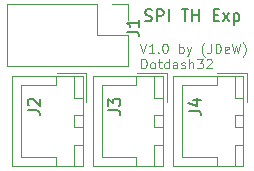
<source format=gbr>
%TF.GenerationSoftware,KiCad,Pcbnew,(5.1.10-1-10_14)*%
%TF.CreationDate,2022-01-09T15:55:39-08:00*%
%TF.ProjectId,ThermistorExpander-kicad,54686572-6d69-4737-946f-72457870616e,rev?*%
%TF.SameCoordinates,Original*%
%TF.FileFunction,Legend,Top*%
%TF.FilePolarity,Positive*%
%FSLAX46Y46*%
G04 Gerber Fmt 4.6, Leading zero omitted, Abs format (unit mm)*
G04 Created by KiCad (PCBNEW (5.1.10-1-10_14)) date 2022-01-09 15:55:39*
%MOMM*%
%LPD*%
G01*
G04 APERTURE LIST*
%ADD10C,0.100000*%
%ADD11C,0.150000*%
%ADD12C,0.120000*%
G04 APERTURE END LIST*
D10*
X130595590Y-76940704D02*
X130862257Y-77740704D01*
X131128923Y-76940704D01*
X131814638Y-77740704D02*
X131357495Y-77740704D01*
X131586066Y-77740704D02*
X131586066Y-76940704D01*
X131509876Y-77054990D01*
X131433685Y-77131180D01*
X131357495Y-77169276D01*
X132157495Y-77664514D02*
X132195590Y-77702609D01*
X132157495Y-77740704D01*
X132119400Y-77702609D01*
X132157495Y-77664514D01*
X132157495Y-77740704D01*
X132690828Y-76940704D02*
X132767019Y-76940704D01*
X132843209Y-76978800D01*
X132881304Y-77016895D01*
X132919400Y-77093085D01*
X132957495Y-77245466D01*
X132957495Y-77435942D01*
X132919400Y-77588323D01*
X132881304Y-77664514D01*
X132843209Y-77702609D01*
X132767019Y-77740704D01*
X132690828Y-77740704D01*
X132614638Y-77702609D01*
X132576542Y-77664514D01*
X132538447Y-77588323D01*
X132500352Y-77435942D01*
X132500352Y-77245466D01*
X132538447Y-77093085D01*
X132576542Y-77016895D01*
X132614638Y-76978800D01*
X132690828Y-76940704D01*
X133909876Y-77740704D02*
X133909876Y-76940704D01*
X133909876Y-77245466D02*
X133986066Y-77207371D01*
X134138447Y-77207371D01*
X134214638Y-77245466D01*
X134252733Y-77283561D01*
X134290828Y-77359752D01*
X134290828Y-77588323D01*
X134252733Y-77664514D01*
X134214638Y-77702609D01*
X134138447Y-77740704D01*
X133986066Y-77740704D01*
X133909876Y-77702609D01*
X134557495Y-77207371D02*
X134747971Y-77740704D01*
X134938447Y-77207371D02*
X134747971Y-77740704D01*
X134671780Y-77931180D01*
X134633685Y-77969276D01*
X134557495Y-78007371D01*
X136081304Y-78045466D02*
X136043209Y-78007371D01*
X135967019Y-77893085D01*
X135928923Y-77816895D01*
X135890828Y-77702609D01*
X135852733Y-77512133D01*
X135852733Y-77359752D01*
X135890828Y-77169276D01*
X135928923Y-77054990D01*
X135967019Y-76978800D01*
X136043209Y-76864514D01*
X136081304Y-76826419D01*
X136614638Y-76940704D02*
X136614638Y-77512133D01*
X136576542Y-77626419D01*
X136500352Y-77702609D01*
X136386066Y-77740704D01*
X136309876Y-77740704D01*
X136995590Y-77740704D02*
X136995590Y-76940704D01*
X137186066Y-76940704D01*
X137300352Y-76978800D01*
X137376542Y-77054990D01*
X137414638Y-77131180D01*
X137452733Y-77283561D01*
X137452733Y-77397847D01*
X137414638Y-77550228D01*
X137376542Y-77626419D01*
X137300352Y-77702609D01*
X137186066Y-77740704D01*
X136995590Y-77740704D01*
X138100352Y-77702609D02*
X138024161Y-77740704D01*
X137871780Y-77740704D01*
X137795590Y-77702609D01*
X137757495Y-77626419D01*
X137757495Y-77321657D01*
X137795590Y-77245466D01*
X137871780Y-77207371D01*
X138024161Y-77207371D01*
X138100352Y-77245466D01*
X138138447Y-77321657D01*
X138138447Y-77397847D01*
X137757495Y-77474038D01*
X138405114Y-76940704D02*
X138595590Y-77740704D01*
X138747971Y-77169276D01*
X138900352Y-77740704D01*
X139090828Y-76940704D01*
X139319400Y-78045466D02*
X139357495Y-78007371D01*
X139433685Y-77893085D01*
X139471780Y-77816895D01*
X139509876Y-77702609D01*
X139547971Y-77512133D01*
X139547971Y-77359752D01*
X139509876Y-77169276D01*
X139471780Y-77054990D01*
X139433685Y-76978800D01*
X139357495Y-76864514D01*
X139319400Y-76826419D01*
X130709876Y-79040704D02*
X130709876Y-78240704D01*
X130900352Y-78240704D01*
X131014638Y-78278800D01*
X131090828Y-78354990D01*
X131128923Y-78431180D01*
X131167019Y-78583561D01*
X131167019Y-78697847D01*
X131128923Y-78850228D01*
X131090828Y-78926419D01*
X131014638Y-79002609D01*
X130900352Y-79040704D01*
X130709876Y-79040704D01*
X131624161Y-79040704D02*
X131547971Y-79002609D01*
X131509876Y-78964514D01*
X131471780Y-78888323D01*
X131471780Y-78659752D01*
X131509876Y-78583561D01*
X131547971Y-78545466D01*
X131624161Y-78507371D01*
X131738447Y-78507371D01*
X131814638Y-78545466D01*
X131852733Y-78583561D01*
X131890828Y-78659752D01*
X131890828Y-78888323D01*
X131852733Y-78964514D01*
X131814638Y-79002609D01*
X131738447Y-79040704D01*
X131624161Y-79040704D01*
X132119400Y-78507371D02*
X132424161Y-78507371D01*
X132233685Y-78240704D02*
X132233685Y-78926419D01*
X132271780Y-79002609D01*
X132347971Y-79040704D01*
X132424161Y-79040704D01*
X133033685Y-79040704D02*
X133033685Y-78240704D01*
X133033685Y-79002609D02*
X132957495Y-79040704D01*
X132805114Y-79040704D01*
X132728923Y-79002609D01*
X132690828Y-78964514D01*
X132652733Y-78888323D01*
X132652733Y-78659752D01*
X132690828Y-78583561D01*
X132728923Y-78545466D01*
X132805114Y-78507371D01*
X132957495Y-78507371D01*
X133033685Y-78545466D01*
X133757495Y-79040704D02*
X133757495Y-78621657D01*
X133719400Y-78545466D01*
X133643209Y-78507371D01*
X133490828Y-78507371D01*
X133414638Y-78545466D01*
X133757495Y-79002609D02*
X133681304Y-79040704D01*
X133490828Y-79040704D01*
X133414638Y-79002609D01*
X133376542Y-78926419D01*
X133376542Y-78850228D01*
X133414638Y-78774038D01*
X133490828Y-78735942D01*
X133681304Y-78735942D01*
X133757495Y-78697847D01*
X134100352Y-79002609D02*
X134176542Y-79040704D01*
X134328923Y-79040704D01*
X134405114Y-79002609D01*
X134443209Y-78926419D01*
X134443209Y-78888323D01*
X134405114Y-78812133D01*
X134328923Y-78774038D01*
X134214638Y-78774038D01*
X134138447Y-78735942D01*
X134100352Y-78659752D01*
X134100352Y-78621657D01*
X134138447Y-78545466D01*
X134214638Y-78507371D01*
X134328923Y-78507371D01*
X134405114Y-78545466D01*
X134786066Y-79040704D02*
X134786066Y-78240704D01*
X135128923Y-79040704D02*
X135128923Y-78621657D01*
X135090828Y-78545466D01*
X135014638Y-78507371D01*
X134900352Y-78507371D01*
X134824161Y-78545466D01*
X134786066Y-78583561D01*
X135433685Y-78240704D02*
X135928923Y-78240704D01*
X135662257Y-78545466D01*
X135776542Y-78545466D01*
X135852733Y-78583561D01*
X135890828Y-78621657D01*
X135928923Y-78697847D01*
X135928923Y-78888323D01*
X135890828Y-78964514D01*
X135852733Y-79002609D01*
X135776542Y-79040704D01*
X135547971Y-79040704D01*
X135471780Y-79002609D01*
X135433685Y-78964514D01*
X136233685Y-78316895D02*
X136271780Y-78278800D01*
X136347971Y-78240704D01*
X136538447Y-78240704D01*
X136614638Y-78278800D01*
X136652733Y-78316895D01*
X136690828Y-78393085D01*
X136690828Y-78469276D01*
X136652733Y-78583561D01*
X136195590Y-79040704D01*
X136690828Y-79040704D01*
D11*
X131021776Y-75004561D02*
X131164633Y-75052180D01*
X131402728Y-75052180D01*
X131497966Y-75004561D01*
X131545585Y-74956942D01*
X131593204Y-74861704D01*
X131593204Y-74766466D01*
X131545585Y-74671228D01*
X131497966Y-74623609D01*
X131402728Y-74575990D01*
X131212252Y-74528371D01*
X131117014Y-74480752D01*
X131069395Y-74433133D01*
X131021776Y-74337895D01*
X131021776Y-74242657D01*
X131069395Y-74147419D01*
X131117014Y-74099800D01*
X131212252Y-74052180D01*
X131450347Y-74052180D01*
X131593204Y-74099800D01*
X132021776Y-75052180D02*
X132021776Y-74052180D01*
X132402728Y-74052180D01*
X132497966Y-74099800D01*
X132545585Y-74147419D01*
X132593204Y-74242657D01*
X132593204Y-74385514D01*
X132545585Y-74480752D01*
X132497966Y-74528371D01*
X132402728Y-74575990D01*
X132021776Y-74575990D01*
X133021776Y-75052180D02*
X133021776Y-74052180D01*
X134117014Y-74052180D02*
X134688442Y-74052180D01*
X134402728Y-75052180D02*
X134402728Y-74052180D01*
X135021776Y-75052180D02*
X135021776Y-74052180D01*
X135021776Y-74528371D02*
X135593204Y-74528371D01*
X135593204Y-75052180D02*
X135593204Y-74052180D01*
X136831300Y-74528371D02*
X137164633Y-74528371D01*
X137307490Y-75052180D02*
X136831300Y-75052180D01*
X136831300Y-74052180D01*
X137307490Y-74052180D01*
X137640823Y-75052180D02*
X138164633Y-74385514D01*
X137640823Y-74385514D02*
X138164633Y-75052180D01*
X138545585Y-74385514D02*
X138545585Y-75385514D01*
X138545585Y-74433133D02*
X138640823Y-74385514D01*
X138831300Y-74385514D01*
X138926538Y-74433133D01*
X138974157Y-74480752D01*
X139021776Y-74575990D01*
X139021776Y-74861704D01*
X138974157Y-74956942D01*
X138926538Y-75004561D01*
X138831300Y-75052180D01*
X138640823Y-75052180D01*
X138545585Y-75004561D01*
D12*
%TO.C,J1*%
X129600000Y-73600000D02*
X129600000Y-74930000D01*
X128270000Y-73600000D02*
X129600000Y-73600000D01*
X129600000Y-76200000D02*
X129600000Y-78800000D01*
X127000000Y-76200000D02*
X129600000Y-76200000D01*
X127000000Y-73600000D02*
X127000000Y-76200000D01*
X129600000Y-78800000D02*
X119320000Y-78800000D01*
X127000000Y-73600000D02*
X119320000Y-73600000D01*
X119320000Y-73600000D02*
X119320000Y-78800000D01*
%TO.C,J4*%
X139356000Y-79720600D02*
X133406000Y-79720600D01*
X133406000Y-79720600D02*
X133406000Y-87320600D01*
X133406000Y-87320600D02*
X139356000Y-87320600D01*
X139356000Y-87320600D02*
X139356000Y-79720600D01*
X139356000Y-83020600D02*
X138606000Y-83020600D01*
X138606000Y-83020600D02*
X138606000Y-84020600D01*
X138606000Y-84020600D02*
X139356000Y-84020600D01*
X139356000Y-84020600D02*
X139356000Y-83020600D01*
X139356000Y-79720600D02*
X138606000Y-79720600D01*
X138606000Y-79720600D02*
X138606000Y-81520600D01*
X138606000Y-81520600D02*
X139356000Y-81520600D01*
X139356000Y-81520600D02*
X139356000Y-79720600D01*
X139356000Y-85520600D02*
X138606000Y-85520600D01*
X138606000Y-85520600D02*
X138606000Y-87320600D01*
X138606000Y-87320600D02*
X139356000Y-87320600D01*
X139356000Y-87320600D02*
X139356000Y-85520600D01*
X137106000Y-79720600D02*
X137106000Y-80470600D01*
X137106000Y-80470600D02*
X134156000Y-80470600D01*
X134156000Y-80470600D02*
X134156000Y-83520600D01*
X137106000Y-87320600D02*
X137106000Y-86570600D01*
X137106000Y-86570600D02*
X134156000Y-86570600D01*
X134156000Y-86570600D02*
X134156000Y-83520600D01*
X139656000Y-81920600D02*
X139656000Y-79420600D01*
X139656000Y-79420600D02*
X137156000Y-79420600D01*
%TO.C,J3*%
X132548800Y-79720600D02*
X126598800Y-79720600D01*
X126598800Y-79720600D02*
X126598800Y-87320600D01*
X126598800Y-87320600D02*
X132548800Y-87320600D01*
X132548800Y-87320600D02*
X132548800Y-79720600D01*
X132548800Y-83020600D02*
X131798800Y-83020600D01*
X131798800Y-83020600D02*
X131798800Y-84020600D01*
X131798800Y-84020600D02*
X132548800Y-84020600D01*
X132548800Y-84020600D02*
X132548800Y-83020600D01*
X132548800Y-79720600D02*
X131798800Y-79720600D01*
X131798800Y-79720600D02*
X131798800Y-81520600D01*
X131798800Y-81520600D02*
X132548800Y-81520600D01*
X132548800Y-81520600D02*
X132548800Y-79720600D01*
X132548800Y-85520600D02*
X131798800Y-85520600D01*
X131798800Y-85520600D02*
X131798800Y-87320600D01*
X131798800Y-87320600D02*
X132548800Y-87320600D01*
X132548800Y-87320600D02*
X132548800Y-85520600D01*
X130298800Y-79720600D02*
X130298800Y-80470600D01*
X130298800Y-80470600D02*
X127348800Y-80470600D01*
X127348800Y-80470600D02*
X127348800Y-83520600D01*
X130298800Y-87320600D02*
X130298800Y-86570600D01*
X130298800Y-86570600D02*
X127348800Y-86570600D01*
X127348800Y-86570600D02*
X127348800Y-83520600D01*
X132848800Y-81920600D02*
X132848800Y-79420600D01*
X132848800Y-79420600D02*
X130348800Y-79420600D01*
%TO.C,J2*%
X125741600Y-79720600D02*
X119791600Y-79720600D01*
X119791600Y-79720600D02*
X119791600Y-87320600D01*
X119791600Y-87320600D02*
X125741600Y-87320600D01*
X125741600Y-87320600D02*
X125741600Y-79720600D01*
X125741600Y-83020600D02*
X124991600Y-83020600D01*
X124991600Y-83020600D02*
X124991600Y-84020600D01*
X124991600Y-84020600D02*
X125741600Y-84020600D01*
X125741600Y-84020600D02*
X125741600Y-83020600D01*
X125741600Y-79720600D02*
X124991600Y-79720600D01*
X124991600Y-79720600D02*
X124991600Y-81520600D01*
X124991600Y-81520600D02*
X125741600Y-81520600D01*
X125741600Y-81520600D02*
X125741600Y-79720600D01*
X125741600Y-85520600D02*
X124991600Y-85520600D01*
X124991600Y-85520600D02*
X124991600Y-87320600D01*
X124991600Y-87320600D02*
X125741600Y-87320600D01*
X125741600Y-87320600D02*
X125741600Y-85520600D01*
X123491600Y-79720600D02*
X123491600Y-80470600D01*
X123491600Y-80470600D02*
X120541600Y-80470600D01*
X120541600Y-80470600D02*
X120541600Y-83520600D01*
X123491600Y-87320600D02*
X123491600Y-86570600D01*
X123491600Y-86570600D02*
X120541600Y-86570600D01*
X120541600Y-86570600D02*
X120541600Y-83520600D01*
X126041600Y-81920600D02*
X126041600Y-79420600D01*
X126041600Y-79420600D02*
X123541600Y-79420600D01*
%TO.C,J1*%
D11*
X129474980Y-75923733D02*
X130189266Y-75923733D01*
X130332123Y-75971352D01*
X130427361Y-76066590D01*
X130474980Y-76209447D01*
X130474980Y-76304685D01*
X130474980Y-74923733D02*
X130474980Y-75495161D01*
X130474980Y-75209447D02*
X129474980Y-75209447D01*
X129617838Y-75304685D01*
X129713076Y-75399923D01*
X129760695Y-75495161D01*
%TO.C,J4*%
X134732780Y-82629333D02*
X135447066Y-82629333D01*
X135589923Y-82676952D01*
X135685161Y-82772190D01*
X135732780Y-82915047D01*
X135732780Y-83010285D01*
X135066114Y-81724571D02*
X135732780Y-81724571D01*
X134685161Y-81962666D02*
X135399447Y-82200761D01*
X135399447Y-81581714D01*
%TO.C,J3*%
X127925580Y-82603933D02*
X128639866Y-82603933D01*
X128782723Y-82651552D01*
X128877961Y-82746790D01*
X128925580Y-82889647D01*
X128925580Y-82984885D01*
X127925580Y-82222980D02*
X127925580Y-81603933D01*
X128306533Y-81937266D01*
X128306533Y-81794409D01*
X128354152Y-81699171D01*
X128401771Y-81651552D01*
X128497009Y-81603933D01*
X128735104Y-81603933D01*
X128830342Y-81651552D01*
X128877961Y-81699171D01*
X128925580Y-81794409D01*
X128925580Y-82080123D01*
X128877961Y-82175361D01*
X128830342Y-82222980D01*
%TO.C,J2*%
X121092980Y-82603933D02*
X121807266Y-82603933D01*
X121950123Y-82651552D01*
X122045361Y-82746790D01*
X122092980Y-82889647D01*
X122092980Y-82984885D01*
X121188219Y-82175361D02*
X121140600Y-82127742D01*
X121092980Y-82032504D01*
X121092980Y-81794409D01*
X121140600Y-81699171D01*
X121188219Y-81651552D01*
X121283457Y-81603933D01*
X121378695Y-81603933D01*
X121521552Y-81651552D01*
X122092980Y-82222980D01*
X122092980Y-81603933D01*
%TD*%
M02*

</source>
